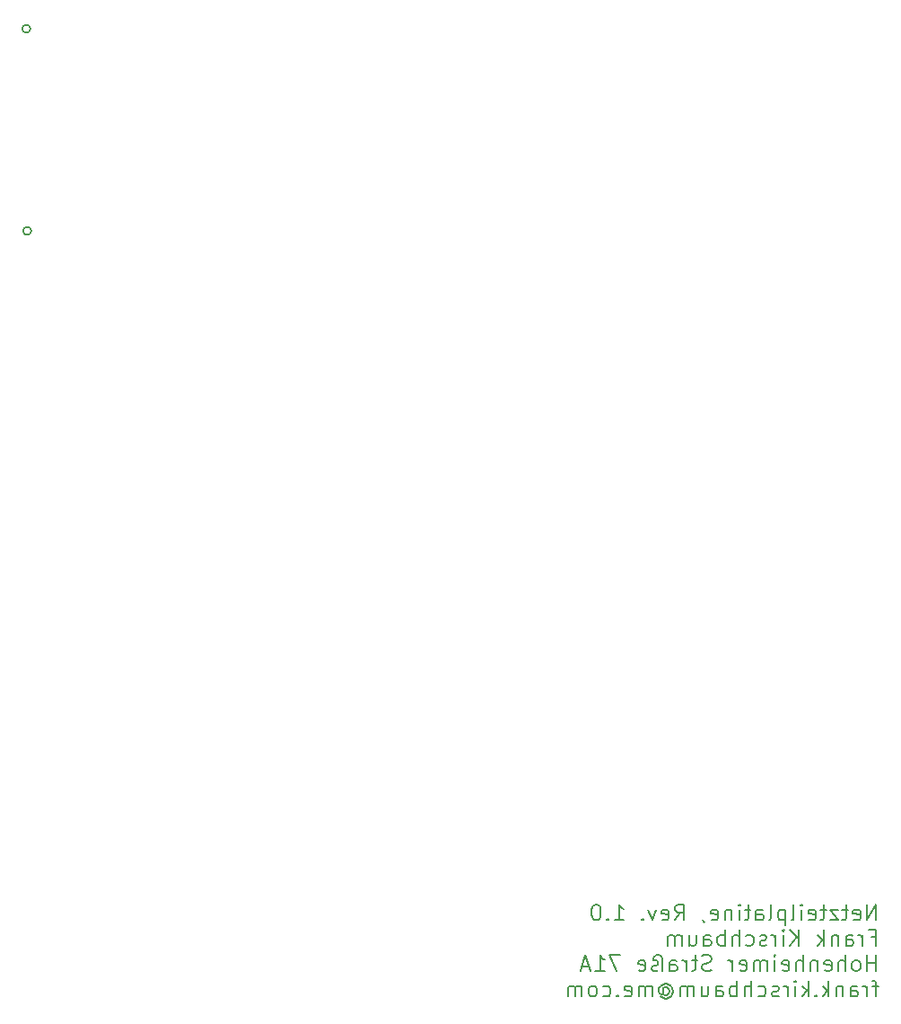
<source format=gbr>
%TF.GenerationSoftware,KiCad,Pcbnew,(5.1.6-0-10_14)*%
%TF.CreationDate,2020-08-16T17:22:38+02:00*%
%TF.ProjectId,netzteil,6e65747a-7465-4696-9c2e-6b696361645f,1.01*%
%TF.SameCoordinates,Original*%
%TF.FileFunction,Legend,Bot*%
%TF.FilePolarity,Positive*%
%FSLAX46Y46*%
G04 Gerber Fmt 4.6, Leading zero omitted, Abs format (unit mm)*
G04 Created by KiCad (PCBNEW (5.1.6-0-10_14)) date 2020-08-16 17:22:38*
%MOMM*%
%LPD*%
G01*
G04 APERTURE LIST*
%ADD10C,0.150000*%
%ADD11C,0.152400*%
G04 APERTURE END LIST*
D10*
X180275357Y-131918571D02*
X180275357Y-130418571D01*
X179418214Y-131918571D01*
X179418214Y-130418571D01*
X178132500Y-131847142D02*
X178275357Y-131918571D01*
X178561071Y-131918571D01*
X178703928Y-131847142D01*
X178775357Y-131704285D01*
X178775357Y-131132857D01*
X178703928Y-130990000D01*
X178561071Y-130918571D01*
X178275357Y-130918571D01*
X178132500Y-130990000D01*
X178061071Y-131132857D01*
X178061071Y-131275714D01*
X178775357Y-131418571D01*
X177632500Y-130918571D02*
X177061071Y-130918571D01*
X177418214Y-130418571D02*
X177418214Y-131704285D01*
X177346785Y-131847142D01*
X177203928Y-131918571D01*
X177061071Y-131918571D01*
X176703928Y-130918571D02*
X175918214Y-130918571D01*
X176703928Y-131918571D01*
X175918214Y-131918571D01*
X175561071Y-130918571D02*
X174989642Y-130918571D01*
X175346785Y-130418571D02*
X175346785Y-131704285D01*
X175275357Y-131847142D01*
X175132500Y-131918571D01*
X174989642Y-131918571D01*
X173918214Y-131847142D02*
X174061071Y-131918571D01*
X174346785Y-131918571D01*
X174489642Y-131847142D01*
X174561071Y-131704285D01*
X174561071Y-131132857D01*
X174489642Y-130990000D01*
X174346785Y-130918571D01*
X174061071Y-130918571D01*
X173918214Y-130990000D01*
X173846785Y-131132857D01*
X173846785Y-131275714D01*
X174561071Y-131418571D01*
X173203928Y-131918571D02*
X173203928Y-130918571D01*
X173203928Y-130418571D02*
X173275357Y-130490000D01*
X173203928Y-130561428D01*
X173132500Y-130490000D01*
X173203928Y-130418571D01*
X173203928Y-130561428D01*
X172275357Y-131918571D02*
X172418214Y-131847142D01*
X172489642Y-131704285D01*
X172489642Y-130418571D01*
X171703928Y-130918571D02*
X171703928Y-132418571D01*
X171703928Y-130990000D02*
X171561071Y-130918571D01*
X171275357Y-130918571D01*
X171132500Y-130990000D01*
X171061071Y-131061428D01*
X170989642Y-131204285D01*
X170989642Y-131632857D01*
X171061071Y-131775714D01*
X171132500Y-131847142D01*
X171275357Y-131918571D01*
X171561071Y-131918571D01*
X171703928Y-131847142D01*
X170132500Y-131918571D02*
X170275357Y-131847142D01*
X170346785Y-131704285D01*
X170346785Y-130418571D01*
X168918214Y-131918571D02*
X168918214Y-131132857D01*
X168989642Y-130990000D01*
X169132500Y-130918571D01*
X169418214Y-130918571D01*
X169561071Y-130990000D01*
X168918214Y-131847142D02*
X169061071Y-131918571D01*
X169418214Y-131918571D01*
X169561071Y-131847142D01*
X169632500Y-131704285D01*
X169632500Y-131561428D01*
X169561071Y-131418571D01*
X169418214Y-131347142D01*
X169061071Y-131347142D01*
X168918214Y-131275714D01*
X168418214Y-130918571D02*
X167846785Y-130918571D01*
X168203928Y-130418571D02*
X168203928Y-131704285D01*
X168132500Y-131847142D01*
X167989642Y-131918571D01*
X167846785Y-131918571D01*
X167346785Y-131918571D02*
X167346785Y-130918571D01*
X167346785Y-130418571D02*
X167418214Y-130490000D01*
X167346785Y-130561428D01*
X167275357Y-130490000D01*
X167346785Y-130418571D01*
X167346785Y-130561428D01*
X166632500Y-130918571D02*
X166632500Y-131918571D01*
X166632500Y-131061428D02*
X166561071Y-130990000D01*
X166418214Y-130918571D01*
X166203928Y-130918571D01*
X166061071Y-130990000D01*
X165989642Y-131132857D01*
X165989642Y-131918571D01*
X164703928Y-131847142D02*
X164846785Y-131918571D01*
X165132500Y-131918571D01*
X165275357Y-131847142D01*
X165346785Y-131704285D01*
X165346785Y-131132857D01*
X165275357Y-130990000D01*
X165132500Y-130918571D01*
X164846785Y-130918571D01*
X164703928Y-130990000D01*
X164632500Y-131132857D01*
X164632500Y-131275714D01*
X165346785Y-131418571D01*
X163918214Y-131847142D02*
X163918214Y-131918571D01*
X163989642Y-132061428D01*
X164061071Y-132132857D01*
X161275357Y-131918571D02*
X161775357Y-131204285D01*
X162132500Y-131918571D02*
X162132500Y-130418571D01*
X161561071Y-130418571D01*
X161418214Y-130490000D01*
X161346785Y-130561428D01*
X161275357Y-130704285D01*
X161275357Y-130918571D01*
X161346785Y-131061428D01*
X161418214Y-131132857D01*
X161561071Y-131204285D01*
X162132500Y-131204285D01*
X160061071Y-131847142D02*
X160203928Y-131918571D01*
X160489642Y-131918571D01*
X160632500Y-131847142D01*
X160703928Y-131704285D01*
X160703928Y-131132857D01*
X160632500Y-130990000D01*
X160489642Y-130918571D01*
X160203928Y-130918571D01*
X160061071Y-130990000D01*
X159989642Y-131132857D01*
X159989642Y-131275714D01*
X160703928Y-131418571D01*
X159489642Y-130918571D02*
X159132500Y-131918571D01*
X158775357Y-130918571D01*
X158203928Y-131775714D02*
X158132500Y-131847142D01*
X158203928Y-131918571D01*
X158275357Y-131847142D01*
X158203928Y-131775714D01*
X158203928Y-131918571D01*
X155561071Y-131918571D02*
X156418214Y-131918571D01*
X155989642Y-131918571D02*
X155989642Y-130418571D01*
X156132500Y-130632857D01*
X156275357Y-130775714D01*
X156418214Y-130847142D01*
X154918214Y-131775714D02*
X154846785Y-131847142D01*
X154918214Y-131918571D01*
X154989642Y-131847142D01*
X154918214Y-131775714D01*
X154918214Y-131918571D01*
X153918214Y-130418571D02*
X153775357Y-130418571D01*
X153632500Y-130490000D01*
X153561071Y-130561428D01*
X153489642Y-130704285D01*
X153418214Y-130990000D01*
X153418214Y-131347142D01*
X153489642Y-131632857D01*
X153561071Y-131775714D01*
X153632500Y-131847142D01*
X153775357Y-131918571D01*
X153918214Y-131918571D01*
X154061071Y-131847142D01*
X154132500Y-131775714D01*
X154203928Y-131632857D01*
X154275357Y-131347142D01*
X154275357Y-130990000D01*
X154203928Y-130704285D01*
X154132500Y-130561428D01*
X154061071Y-130490000D01*
X153918214Y-130418571D01*
X179775357Y-133532857D02*
X180275357Y-133532857D01*
X180275357Y-134318571D02*
X180275357Y-132818571D01*
X179561071Y-132818571D01*
X178989642Y-134318571D02*
X178989642Y-133318571D01*
X178989642Y-133604285D02*
X178918214Y-133461428D01*
X178846785Y-133390000D01*
X178703928Y-133318571D01*
X178561071Y-133318571D01*
X177418214Y-134318571D02*
X177418214Y-133532857D01*
X177489642Y-133390000D01*
X177632500Y-133318571D01*
X177918214Y-133318571D01*
X178061071Y-133390000D01*
X177418214Y-134247142D02*
X177561071Y-134318571D01*
X177918214Y-134318571D01*
X178061071Y-134247142D01*
X178132500Y-134104285D01*
X178132500Y-133961428D01*
X178061071Y-133818571D01*
X177918214Y-133747142D01*
X177561071Y-133747142D01*
X177418214Y-133675714D01*
X176703928Y-133318571D02*
X176703928Y-134318571D01*
X176703928Y-133461428D02*
X176632500Y-133390000D01*
X176489642Y-133318571D01*
X176275357Y-133318571D01*
X176132500Y-133390000D01*
X176061071Y-133532857D01*
X176061071Y-134318571D01*
X175346785Y-134318571D02*
X175346785Y-132818571D01*
X175203928Y-133747142D02*
X174775357Y-134318571D01*
X174775357Y-133318571D02*
X175346785Y-133890000D01*
X172989642Y-134318571D02*
X172989642Y-132818571D01*
X172132500Y-134318571D02*
X172775357Y-133461428D01*
X172132500Y-132818571D02*
X172989642Y-133675714D01*
X171489642Y-134318571D02*
X171489642Y-133318571D01*
X171489642Y-132818571D02*
X171561071Y-132890000D01*
X171489642Y-132961428D01*
X171418214Y-132890000D01*
X171489642Y-132818571D01*
X171489642Y-132961428D01*
X170775357Y-134318571D02*
X170775357Y-133318571D01*
X170775357Y-133604285D02*
X170703928Y-133461428D01*
X170632500Y-133390000D01*
X170489642Y-133318571D01*
X170346785Y-133318571D01*
X169918214Y-134247142D02*
X169775357Y-134318571D01*
X169489642Y-134318571D01*
X169346785Y-134247142D01*
X169275357Y-134104285D01*
X169275357Y-134032857D01*
X169346785Y-133890000D01*
X169489642Y-133818571D01*
X169703928Y-133818571D01*
X169846785Y-133747142D01*
X169918214Y-133604285D01*
X169918214Y-133532857D01*
X169846785Y-133390000D01*
X169703928Y-133318571D01*
X169489642Y-133318571D01*
X169346785Y-133390000D01*
X167989642Y-134247142D02*
X168132500Y-134318571D01*
X168418214Y-134318571D01*
X168561071Y-134247142D01*
X168632500Y-134175714D01*
X168703928Y-134032857D01*
X168703928Y-133604285D01*
X168632500Y-133461428D01*
X168561071Y-133390000D01*
X168418214Y-133318571D01*
X168132500Y-133318571D01*
X167989642Y-133390000D01*
X167346785Y-134318571D02*
X167346785Y-132818571D01*
X166703928Y-134318571D02*
X166703928Y-133532857D01*
X166775357Y-133390000D01*
X166918214Y-133318571D01*
X167132500Y-133318571D01*
X167275357Y-133390000D01*
X167346785Y-133461428D01*
X165989642Y-134318571D02*
X165989642Y-132818571D01*
X165989642Y-133390000D02*
X165846785Y-133318571D01*
X165561071Y-133318571D01*
X165418214Y-133390000D01*
X165346785Y-133461428D01*
X165275357Y-133604285D01*
X165275357Y-134032857D01*
X165346785Y-134175714D01*
X165418214Y-134247142D01*
X165561071Y-134318571D01*
X165846785Y-134318571D01*
X165989642Y-134247142D01*
X163989642Y-134318571D02*
X163989642Y-133532857D01*
X164061071Y-133390000D01*
X164203928Y-133318571D01*
X164489642Y-133318571D01*
X164632500Y-133390000D01*
X163989642Y-134247142D02*
X164132500Y-134318571D01*
X164489642Y-134318571D01*
X164632500Y-134247142D01*
X164703928Y-134104285D01*
X164703928Y-133961428D01*
X164632500Y-133818571D01*
X164489642Y-133747142D01*
X164132500Y-133747142D01*
X163989642Y-133675714D01*
X162632500Y-133318571D02*
X162632500Y-134318571D01*
X163275357Y-133318571D02*
X163275357Y-134104285D01*
X163203928Y-134247142D01*
X163061071Y-134318571D01*
X162846785Y-134318571D01*
X162703928Y-134247142D01*
X162632500Y-134175714D01*
X161918214Y-134318571D02*
X161918214Y-133318571D01*
X161918214Y-133461428D02*
X161846785Y-133390000D01*
X161703928Y-133318571D01*
X161489642Y-133318571D01*
X161346785Y-133390000D01*
X161275357Y-133532857D01*
X161275357Y-134318571D01*
X161275357Y-133532857D02*
X161203928Y-133390000D01*
X161061071Y-133318571D01*
X160846785Y-133318571D01*
X160703928Y-133390000D01*
X160632500Y-133532857D01*
X160632500Y-134318571D01*
X180275357Y-136718571D02*
X180275357Y-135218571D01*
X180275357Y-135932857D02*
X179418214Y-135932857D01*
X179418214Y-136718571D02*
X179418214Y-135218571D01*
X178489642Y-136718571D02*
X178632500Y-136647142D01*
X178703928Y-136575714D01*
X178775357Y-136432857D01*
X178775357Y-136004285D01*
X178703928Y-135861428D01*
X178632500Y-135790000D01*
X178489642Y-135718571D01*
X178275357Y-135718571D01*
X178132500Y-135790000D01*
X178061071Y-135861428D01*
X177989642Y-136004285D01*
X177989642Y-136432857D01*
X178061071Y-136575714D01*
X178132500Y-136647142D01*
X178275357Y-136718571D01*
X178489642Y-136718571D01*
X177346785Y-136718571D02*
X177346785Y-135218571D01*
X176703928Y-136718571D02*
X176703928Y-135932857D01*
X176775357Y-135790000D01*
X176918214Y-135718571D01*
X177132500Y-135718571D01*
X177275357Y-135790000D01*
X177346785Y-135861428D01*
X175418214Y-136647142D02*
X175561071Y-136718571D01*
X175846785Y-136718571D01*
X175989642Y-136647142D01*
X176061071Y-136504285D01*
X176061071Y-135932857D01*
X175989642Y-135790000D01*
X175846785Y-135718571D01*
X175561071Y-135718571D01*
X175418214Y-135790000D01*
X175346785Y-135932857D01*
X175346785Y-136075714D01*
X176061071Y-136218571D01*
X174703928Y-135718571D02*
X174703928Y-136718571D01*
X174703928Y-135861428D02*
X174632500Y-135790000D01*
X174489642Y-135718571D01*
X174275357Y-135718571D01*
X174132500Y-135790000D01*
X174061071Y-135932857D01*
X174061071Y-136718571D01*
X173346785Y-136718571D02*
X173346785Y-135218571D01*
X172703928Y-136718571D02*
X172703928Y-135932857D01*
X172775357Y-135790000D01*
X172918214Y-135718571D01*
X173132500Y-135718571D01*
X173275357Y-135790000D01*
X173346785Y-135861428D01*
X171418214Y-136647142D02*
X171561071Y-136718571D01*
X171846785Y-136718571D01*
X171989642Y-136647142D01*
X172061071Y-136504285D01*
X172061071Y-135932857D01*
X171989642Y-135790000D01*
X171846785Y-135718571D01*
X171561071Y-135718571D01*
X171418214Y-135790000D01*
X171346785Y-135932857D01*
X171346785Y-136075714D01*
X172061071Y-136218571D01*
X170703928Y-136718571D02*
X170703928Y-135718571D01*
X170703928Y-135218571D02*
X170775357Y-135290000D01*
X170703928Y-135361428D01*
X170632500Y-135290000D01*
X170703928Y-135218571D01*
X170703928Y-135361428D01*
X169989642Y-136718571D02*
X169989642Y-135718571D01*
X169989642Y-135861428D02*
X169918214Y-135790000D01*
X169775357Y-135718571D01*
X169561071Y-135718571D01*
X169418214Y-135790000D01*
X169346785Y-135932857D01*
X169346785Y-136718571D01*
X169346785Y-135932857D02*
X169275357Y-135790000D01*
X169132500Y-135718571D01*
X168918214Y-135718571D01*
X168775357Y-135790000D01*
X168703928Y-135932857D01*
X168703928Y-136718571D01*
X167418214Y-136647142D02*
X167561071Y-136718571D01*
X167846785Y-136718571D01*
X167989642Y-136647142D01*
X168061071Y-136504285D01*
X168061071Y-135932857D01*
X167989642Y-135790000D01*
X167846785Y-135718571D01*
X167561071Y-135718571D01*
X167418214Y-135790000D01*
X167346785Y-135932857D01*
X167346785Y-136075714D01*
X168061071Y-136218571D01*
X166703928Y-136718571D02*
X166703928Y-135718571D01*
X166703928Y-136004285D02*
X166632500Y-135861428D01*
X166561071Y-135790000D01*
X166418214Y-135718571D01*
X166275357Y-135718571D01*
X164703928Y-136647142D02*
X164489642Y-136718571D01*
X164132500Y-136718571D01*
X163989642Y-136647142D01*
X163918214Y-136575714D01*
X163846785Y-136432857D01*
X163846785Y-136290000D01*
X163918214Y-136147142D01*
X163989642Y-136075714D01*
X164132500Y-136004285D01*
X164418214Y-135932857D01*
X164561071Y-135861428D01*
X164632500Y-135790000D01*
X164703928Y-135647142D01*
X164703928Y-135504285D01*
X164632500Y-135361428D01*
X164561071Y-135290000D01*
X164418214Y-135218571D01*
X164061071Y-135218571D01*
X163846785Y-135290000D01*
X163418214Y-135718571D02*
X162846785Y-135718571D01*
X163203928Y-135218571D02*
X163203928Y-136504285D01*
X163132500Y-136647142D01*
X162989642Y-136718571D01*
X162846785Y-136718571D01*
X162346785Y-136718571D02*
X162346785Y-135718571D01*
X162346785Y-136004285D02*
X162275357Y-135861428D01*
X162203928Y-135790000D01*
X162061071Y-135718571D01*
X161918214Y-135718571D01*
X160775357Y-136718571D02*
X160775357Y-135932857D01*
X160846785Y-135790000D01*
X160989642Y-135718571D01*
X161275357Y-135718571D01*
X161418214Y-135790000D01*
X160775357Y-136647142D02*
X160918214Y-136718571D01*
X161275357Y-136718571D01*
X161418214Y-136647142D01*
X161489642Y-136504285D01*
X161489642Y-136361428D01*
X161418214Y-136218571D01*
X161275357Y-136147142D01*
X160918214Y-136147142D01*
X160775357Y-136075714D01*
X160061071Y-136718571D02*
X160061071Y-135504285D01*
X159989642Y-135361428D01*
X159918214Y-135290000D01*
X159775357Y-135218571D01*
X159561071Y-135218571D01*
X159418214Y-135290000D01*
X159346785Y-135361428D01*
X159275357Y-135504285D01*
X159275357Y-135718571D01*
X159489642Y-135718571D01*
X159632500Y-135790000D01*
X159703928Y-135932857D01*
X159703928Y-136004285D01*
X159632500Y-136147142D01*
X159489642Y-136218571D01*
X159275357Y-136218571D01*
X159132500Y-136290000D01*
X159061071Y-136432857D01*
X159061071Y-136504285D01*
X159132500Y-136647142D01*
X159275357Y-136718571D01*
X159561071Y-136718571D01*
X159703928Y-136647142D01*
X157846785Y-136647142D02*
X157989642Y-136718571D01*
X158275357Y-136718571D01*
X158418214Y-136647142D01*
X158489642Y-136504285D01*
X158489642Y-135932857D01*
X158418214Y-135790000D01*
X158275357Y-135718571D01*
X157989642Y-135718571D01*
X157846785Y-135790000D01*
X157775357Y-135932857D01*
X157775357Y-136075714D01*
X158489642Y-136218571D01*
X156132500Y-135218571D02*
X155132500Y-135218571D01*
X155775357Y-136718571D01*
X153775357Y-136718571D02*
X154632500Y-136718571D01*
X154203928Y-136718571D02*
X154203928Y-135218571D01*
X154346785Y-135432857D01*
X154489642Y-135575714D01*
X154632500Y-135647142D01*
X153203928Y-136290000D02*
X152489642Y-136290000D01*
X153346785Y-136718571D02*
X152846785Y-135218571D01*
X152346785Y-136718571D01*
X180489642Y-138118571D02*
X179918214Y-138118571D01*
X180275357Y-139118571D02*
X180275357Y-137832857D01*
X180203928Y-137690000D01*
X180061071Y-137618571D01*
X179918214Y-137618571D01*
X179418214Y-139118571D02*
X179418214Y-138118571D01*
X179418214Y-138404285D02*
X179346785Y-138261428D01*
X179275357Y-138190000D01*
X179132500Y-138118571D01*
X178989642Y-138118571D01*
X177846785Y-139118571D02*
X177846785Y-138332857D01*
X177918214Y-138190000D01*
X178061071Y-138118571D01*
X178346785Y-138118571D01*
X178489642Y-138190000D01*
X177846785Y-139047142D02*
X177989642Y-139118571D01*
X178346785Y-139118571D01*
X178489642Y-139047142D01*
X178561071Y-138904285D01*
X178561071Y-138761428D01*
X178489642Y-138618571D01*
X178346785Y-138547142D01*
X177989642Y-138547142D01*
X177846785Y-138475714D01*
X177132500Y-138118571D02*
X177132500Y-139118571D01*
X177132500Y-138261428D02*
X177061071Y-138190000D01*
X176918214Y-138118571D01*
X176703928Y-138118571D01*
X176561071Y-138190000D01*
X176489642Y-138332857D01*
X176489642Y-139118571D01*
X175775357Y-139118571D02*
X175775357Y-137618571D01*
X175632500Y-138547142D02*
X175203928Y-139118571D01*
X175203928Y-138118571D02*
X175775357Y-138690000D01*
X174561071Y-138975714D02*
X174489642Y-139047142D01*
X174561071Y-139118571D01*
X174632500Y-139047142D01*
X174561071Y-138975714D01*
X174561071Y-139118571D01*
X173846785Y-139118571D02*
X173846785Y-137618571D01*
X173703928Y-138547142D02*
X173275357Y-139118571D01*
X173275357Y-138118571D02*
X173846785Y-138690000D01*
X172632500Y-139118571D02*
X172632500Y-138118571D01*
X172632500Y-137618571D02*
X172703928Y-137690000D01*
X172632500Y-137761428D01*
X172561071Y-137690000D01*
X172632500Y-137618571D01*
X172632500Y-137761428D01*
X171918214Y-139118571D02*
X171918214Y-138118571D01*
X171918214Y-138404285D02*
X171846785Y-138261428D01*
X171775357Y-138190000D01*
X171632500Y-138118571D01*
X171489642Y-138118571D01*
X171061071Y-139047142D02*
X170918214Y-139118571D01*
X170632500Y-139118571D01*
X170489642Y-139047142D01*
X170418214Y-138904285D01*
X170418214Y-138832857D01*
X170489642Y-138690000D01*
X170632500Y-138618571D01*
X170846785Y-138618571D01*
X170989642Y-138547142D01*
X171061071Y-138404285D01*
X171061071Y-138332857D01*
X170989642Y-138190000D01*
X170846785Y-138118571D01*
X170632500Y-138118571D01*
X170489642Y-138190000D01*
X169132500Y-139047142D02*
X169275357Y-139118571D01*
X169561071Y-139118571D01*
X169703928Y-139047142D01*
X169775357Y-138975714D01*
X169846785Y-138832857D01*
X169846785Y-138404285D01*
X169775357Y-138261428D01*
X169703928Y-138190000D01*
X169561071Y-138118571D01*
X169275357Y-138118571D01*
X169132500Y-138190000D01*
X168489642Y-139118571D02*
X168489642Y-137618571D01*
X167846785Y-139118571D02*
X167846785Y-138332857D01*
X167918214Y-138190000D01*
X168061071Y-138118571D01*
X168275357Y-138118571D01*
X168418214Y-138190000D01*
X168489642Y-138261428D01*
X167132500Y-139118571D02*
X167132500Y-137618571D01*
X167132500Y-138190000D02*
X166989642Y-138118571D01*
X166703928Y-138118571D01*
X166561071Y-138190000D01*
X166489642Y-138261428D01*
X166418214Y-138404285D01*
X166418214Y-138832857D01*
X166489642Y-138975714D01*
X166561071Y-139047142D01*
X166703928Y-139118571D01*
X166989642Y-139118571D01*
X167132500Y-139047142D01*
X165132500Y-139118571D02*
X165132500Y-138332857D01*
X165203928Y-138190000D01*
X165346785Y-138118571D01*
X165632500Y-138118571D01*
X165775357Y-138190000D01*
X165132500Y-139047142D02*
X165275357Y-139118571D01*
X165632500Y-139118571D01*
X165775357Y-139047142D01*
X165846785Y-138904285D01*
X165846785Y-138761428D01*
X165775357Y-138618571D01*
X165632500Y-138547142D01*
X165275357Y-138547142D01*
X165132500Y-138475714D01*
X163775357Y-138118571D02*
X163775357Y-139118571D01*
X164418214Y-138118571D02*
X164418214Y-138904285D01*
X164346785Y-139047142D01*
X164203928Y-139118571D01*
X163989642Y-139118571D01*
X163846785Y-139047142D01*
X163775357Y-138975714D01*
X163061071Y-139118571D02*
X163061071Y-138118571D01*
X163061071Y-138261428D02*
X162989642Y-138190000D01*
X162846785Y-138118571D01*
X162632500Y-138118571D01*
X162489642Y-138190000D01*
X162418214Y-138332857D01*
X162418214Y-139118571D01*
X162418214Y-138332857D02*
X162346785Y-138190000D01*
X162203928Y-138118571D01*
X161989642Y-138118571D01*
X161846785Y-138190000D01*
X161775357Y-138332857D01*
X161775357Y-139118571D01*
X160132500Y-138404285D02*
X160203928Y-138332857D01*
X160346785Y-138261428D01*
X160489642Y-138261428D01*
X160632500Y-138332857D01*
X160703928Y-138404285D01*
X160775357Y-138547142D01*
X160775357Y-138690000D01*
X160703928Y-138832857D01*
X160632500Y-138904285D01*
X160489642Y-138975714D01*
X160346785Y-138975714D01*
X160203928Y-138904285D01*
X160132500Y-138832857D01*
X160132500Y-138261428D02*
X160132500Y-138832857D01*
X160061071Y-138904285D01*
X159989642Y-138904285D01*
X159846785Y-138832857D01*
X159775357Y-138690000D01*
X159775357Y-138332857D01*
X159918214Y-138118571D01*
X160132500Y-137975714D01*
X160418214Y-137904285D01*
X160703928Y-137975714D01*
X160918214Y-138118571D01*
X161061071Y-138332857D01*
X161132500Y-138618571D01*
X161061071Y-138904285D01*
X160918214Y-139118571D01*
X160703928Y-139261428D01*
X160418214Y-139332857D01*
X160132500Y-139261428D01*
X159918214Y-139118571D01*
X159132500Y-139118571D02*
X159132500Y-138118571D01*
X159132500Y-138261428D02*
X159061071Y-138190000D01*
X158918214Y-138118571D01*
X158703928Y-138118571D01*
X158561071Y-138190000D01*
X158489642Y-138332857D01*
X158489642Y-139118571D01*
X158489642Y-138332857D02*
X158418214Y-138190000D01*
X158275357Y-138118571D01*
X158061071Y-138118571D01*
X157918214Y-138190000D01*
X157846785Y-138332857D01*
X157846785Y-139118571D01*
X156561071Y-139047142D02*
X156703928Y-139118571D01*
X156989642Y-139118571D01*
X157132500Y-139047142D01*
X157203928Y-138904285D01*
X157203928Y-138332857D01*
X157132500Y-138190000D01*
X156989642Y-138118571D01*
X156703928Y-138118571D01*
X156561071Y-138190000D01*
X156489642Y-138332857D01*
X156489642Y-138475714D01*
X157203928Y-138618571D01*
X155846785Y-138975714D02*
X155775357Y-139047142D01*
X155846785Y-139118571D01*
X155918214Y-139047142D01*
X155846785Y-138975714D01*
X155846785Y-139118571D01*
X154489642Y-139047142D02*
X154632500Y-139118571D01*
X154918214Y-139118571D01*
X155061071Y-139047142D01*
X155132500Y-138975714D01*
X155203928Y-138832857D01*
X155203928Y-138404285D01*
X155132500Y-138261428D01*
X155061071Y-138190000D01*
X154918214Y-138118571D01*
X154632500Y-138118571D01*
X154489642Y-138190000D01*
X153632500Y-139118571D02*
X153775357Y-139047142D01*
X153846785Y-138975714D01*
X153918214Y-138832857D01*
X153918214Y-138404285D01*
X153846785Y-138261428D01*
X153775357Y-138190000D01*
X153632500Y-138118571D01*
X153418214Y-138118571D01*
X153275357Y-138190000D01*
X153203928Y-138261428D01*
X153132500Y-138404285D01*
X153132500Y-138832857D01*
X153203928Y-138975714D01*
X153275357Y-139047142D01*
X153418214Y-139118571D01*
X153632500Y-139118571D01*
X152489642Y-139118571D02*
X152489642Y-138118571D01*
X152489642Y-138261428D02*
X152418214Y-138190000D01*
X152275357Y-138118571D01*
X152061071Y-138118571D01*
X151918214Y-138190000D01*
X151846785Y-138332857D01*
X151846785Y-139118571D01*
X151846785Y-138332857D02*
X151775357Y-138190000D01*
X151632500Y-138118571D01*
X151418214Y-138118571D01*
X151275357Y-138190000D01*
X151203928Y-138332857D01*
X151203928Y-139118571D01*
D11*
%TO.C,L1*%
X100466000Y-47897700D02*
G75*
G03*
X100466000Y-47897700I-381000J0D01*
G01*
%TO.C,L2*%
X100546000Y-66947700D02*
G75*
G03*
X100546000Y-66947700I-381000J0D01*
G01*
%TD*%
M02*

</source>
